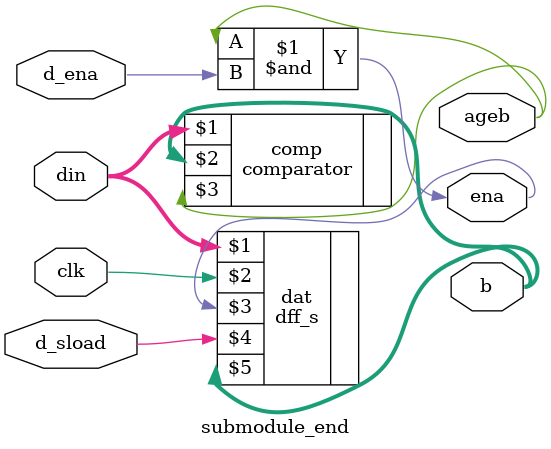
<source format=v>
module submodule (din, muxin, d_ena, d_sload, clk, muxout,ena, ageb, b);
//function saves smallest of the two and stores it in the flipflop
	parameter DATA_WIDTH = 16;					// size of each input data
	parameter TOTAL_SYMBOLS = 10;				// total number of symbols to be initialized
	parameter ADDR_WIDTH = 4;					// size of address to account for total symbols
	
	input wire [DATA_WIDTH-1:0] din; //input to the flipflops
	input wire [DATA_WIDTH-1:0] muxin; //input  to the mux
	input wire d_ena; //enable signal for the FF
	input wire d_sload; // load/set signal for FF
	input wire clk; // input clock
	output wire [DATA_WIDTH-1:0] muxout; // output from the mux to next submodule
	output wire ena; // output  enable for the Address modules
	output wire ageb; // output from the comparator
	output wire [DATA_WIDTH-1:0]b; // output from the FF

	assign ena = ageb & d_ena;
	assign muxout = ageb ? b : muxin; // if (ageb) muxout = b else muxout = muxin

	dff_s 	#(DATA_WIDTH)	dat(din,clk,ena,d_sload,b);
	comparator #(DATA_WIDTH)	comp(din,b,ageb);

	endmodule

module submodule_end (din, d_ena, d_sload, clk, ena, ageb, b);
 //this module is the same as the last one but without the mux
//function saves smallest of the two and stores it in the flipflop
	parameter DATA_WIDTH = 16;					// size of each input data
	parameter TOTAL_SYMBOLS = 8;				// total number of symbols to be initialized
	parameter ADDR_WIDTH = 4;					// size of address to account for total symbols

	input wire [DATA_WIDTH-1:0] din; // input to FF
	input wire d_ena;// input enable to be &ed with ageb
	input wire d_sload; // load/set signal for FF
	input wire clk; // input Clock
	output wire ena; // enable output
	output wire ageb; // output from the comparator
	output wire [DATA_WIDTH-1:0]b; // dff output

	assign ena = ageb & d_ena;

	dff_s 	#(DATA_WIDTH)	dat(din,clk,ena,d_sload,b);
	comparator #(DATA_WIDTH)	comp(din,b,ageb);

	endmodule

</source>
